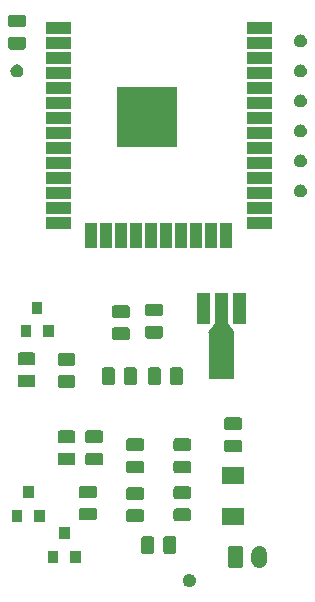
<source format=gbr>
G04 #@! TF.GenerationSoftware,KiCad,Pcbnew,(5.1.5)-3*
G04 #@! TF.CreationDate,2021-03-30T01:11:32+08:00*
G04 #@! TF.ProjectId,parasite,70617261-7369-4746-952e-6b696361645f,1.1.0*
G04 #@! TF.SameCoordinates,Original*
G04 #@! TF.FileFunction,Soldermask,Top*
G04 #@! TF.FilePolarity,Negative*
%FSLAX46Y46*%
G04 Gerber Fmt 4.6, Leading zero omitted, Abs format (unit mm)*
G04 Created by KiCad (PCBNEW (5.1.5)-3) date 2021-03-30 01:11:32*
%MOMM*%
%LPD*%
G04 APERTURE LIST*
%ADD10C,0.100000*%
G04 APERTURE END LIST*
D10*
G36*
X120760721Y-95970174D02*
G01*
X120860995Y-96011709D01*
X120860996Y-96011710D01*
X120951242Y-96072010D01*
X121027990Y-96148758D01*
X121027991Y-96148760D01*
X121088291Y-96239005D01*
X121129826Y-96339279D01*
X121151000Y-96445730D01*
X121151000Y-96554270D01*
X121129826Y-96660721D01*
X121088291Y-96760995D01*
X121088290Y-96760996D01*
X121027990Y-96851242D01*
X120951242Y-96927990D01*
X120905812Y-96958345D01*
X120860995Y-96988291D01*
X120760721Y-97029826D01*
X120654270Y-97051000D01*
X120545730Y-97051000D01*
X120439279Y-97029826D01*
X120339005Y-96988291D01*
X120294188Y-96958345D01*
X120248758Y-96927990D01*
X120172010Y-96851242D01*
X120111710Y-96760996D01*
X120111709Y-96760995D01*
X120070174Y-96660721D01*
X120049000Y-96554270D01*
X120049000Y-96445730D01*
X120070174Y-96339279D01*
X120111709Y-96239005D01*
X120172009Y-96148760D01*
X120172010Y-96148758D01*
X120248758Y-96072010D01*
X120339004Y-96011710D01*
X120339005Y-96011709D01*
X120439279Y-95970174D01*
X120545730Y-95949000D01*
X120654270Y-95949000D01*
X120760721Y-95970174D01*
G37*
G36*
X126627617Y-93583420D02*
G01*
X126708399Y-93607925D01*
X126750335Y-93620646D01*
X126863424Y-93681094D01*
X126962554Y-93762447D01*
X127043906Y-93861575D01*
X127104354Y-93974664D01*
X127106503Y-93981750D01*
X127141580Y-94097382D01*
X127151000Y-94193027D01*
X127151000Y-94806973D01*
X127141580Y-94902618D01*
X127114040Y-94993404D01*
X127104354Y-95025336D01*
X127043906Y-95138425D01*
X126962554Y-95237554D01*
X126863425Y-95318906D01*
X126750336Y-95379354D01*
X126718404Y-95389040D01*
X126627618Y-95416580D01*
X126500000Y-95429149D01*
X126372383Y-95416580D01*
X126281597Y-95389040D01*
X126249665Y-95379354D01*
X126136576Y-95318906D01*
X126037447Y-95237554D01*
X125956096Y-95138427D01*
X125956095Y-95138425D01*
X125895647Y-95025336D01*
X125895645Y-95025333D01*
X125883237Y-94984427D01*
X125858420Y-94902618D01*
X125849000Y-94806973D01*
X125849000Y-94193028D01*
X125849297Y-94190017D01*
X125855076Y-94131337D01*
X125858420Y-94097383D01*
X125895645Y-93974669D01*
X125895646Y-93974665D01*
X125956094Y-93861576D01*
X126037447Y-93762446D01*
X126136575Y-93681094D01*
X126249664Y-93620646D01*
X126291600Y-93607925D01*
X126372382Y-93583420D01*
X126500000Y-93570851D01*
X126627617Y-93583420D01*
G37*
G36*
X124991242Y-93578404D02*
G01*
X125028337Y-93589657D01*
X125062515Y-93607925D01*
X125092481Y-93632519D01*
X125117075Y-93662485D01*
X125135343Y-93696663D01*
X125146596Y-93733758D01*
X125151000Y-93778474D01*
X125151000Y-95221526D01*
X125146596Y-95266242D01*
X125135343Y-95303337D01*
X125117075Y-95337515D01*
X125092481Y-95367481D01*
X125062515Y-95392075D01*
X125028337Y-95410343D01*
X124991242Y-95421596D01*
X124946526Y-95426000D01*
X124053474Y-95426000D01*
X124008758Y-95421596D01*
X123971663Y-95410343D01*
X123937485Y-95392075D01*
X123907519Y-95367481D01*
X123882925Y-95337515D01*
X123864657Y-95303337D01*
X123853404Y-95266242D01*
X123849000Y-95221526D01*
X123849000Y-93778474D01*
X123853404Y-93733758D01*
X123864657Y-93696663D01*
X123882925Y-93662485D01*
X123907519Y-93632519D01*
X123937485Y-93607925D01*
X123971663Y-93589657D01*
X124008758Y-93578404D01*
X124053474Y-93574000D01*
X124946526Y-93574000D01*
X124991242Y-93578404D01*
G37*
G36*
X109501000Y-95001000D02*
G01*
X108599000Y-95001000D01*
X108599000Y-93999000D01*
X109501000Y-93999000D01*
X109501000Y-95001000D01*
G37*
G36*
X111401000Y-95001000D02*
G01*
X110499000Y-95001000D01*
X110499000Y-93999000D01*
X111401000Y-93999000D01*
X111401000Y-95001000D01*
G37*
G36*
X119309468Y-92753565D02*
G01*
X119348138Y-92765296D01*
X119383777Y-92784346D01*
X119415017Y-92809983D01*
X119440654Y-92841223D01*
X119459704Y-92876862D01*
X119471435Y-92915532D01*
X119476000Y-92961888D01*
X119476000Y-94038112D01*
X119471435Y-94084468D01*
X119459704Y-94123138D01*
X119440654Y-94158777D01*
X119415017Y-94190017D01*
X119383777Y-94215654D01*
X119348138Y-94234704D01*
X119309468Y-94246435D01*
X119263112Y-94251000D01*
X118611888Y-94251000D01*
X118565532Y-94246435D01*
X118526862Y-94234704D01*
X118491223Y-94215654D01*
X118459983Y-94190017D01*
X118434346Y-94158777D01*
X118415296Y-94123138D01*
X118403565Y-94084468D01*
X118399000Y-94038112D01*
X118399000Y-92961888D01*
X118403565Y-92915532D01*
X118415296Y-92876862D01*
X118434346Y-92841223D01*
X118459983Y-92809983D01*
X118491223Y-92784346D01*
X118526862Y-92765296D01*
X118565532Y-92753565D01*
X118611888Y-92749000D01*
X119263112Y-92749000D01*
X119309468Y-92753565D01*
G37*
G36*
X117434468Y-92753565D02*
G01*
X117473138Y-92765296D01*
X117508777Y-92784346D01*
X117540017Y-92809983D01*
X117565654Y-92841223D01*
X117584704Y-92876862D01*
X117596435Y-92915532D01*
X117601000Y-92961888D01*
X117601000Y-94038112D01*
X117596435Y-94084468D01*
X117584704Y-94123138D01*
X117565654Y-94158777D01*
X117540017Y-94190017D01*
X117508777Y-94215654D01*
X117473138Y-94234704D01*
X117434468Y-94246435D01*
X117388112Y-94251000D01*
X116736888Y-94251000D01*
X116690532Y-94246435D01*
X116651862Y-94234704D01*
X116616223Y-94215654D01*
X116584983Y-94190017D01*
X116559346Y-94158777D01*
X116540296Y-94123138D01*
X116528565Y-94084468D01*
X116524000Y-94038112D01*
X116524000Y-92961888D01*
X116528565Y-92915532D01*
X116540296Y-92876862D01*
X116559346Y-92841223D01*
X116584983Y-92809983D01*
X116616223Y-92784346D01*
X116651862Y-92765296D01*
X116690532Y-92753565D01*
X116736888Y-92749000D01*
X117388112Y-92749000D01*
X117434468Y-92753565D01*
G37*
G36*
X110451000Y-93001000D02*
G01*
X109549000Y-93001000D01*
X109549000Y-91999000D01*
X110451000Y-91999000D01*
X110451000Y-93001000D01*
G37*
G36*
X125201000Y-91801000D02*
G01*
X123399000Y-91801000D01*
X123399000Y-90399000D01*
X125201000Y-90399000D01*
X125201000Y-91801000D01*
G37*
G36*
X116584468Y-90466065D02*
G01*
X116623138Y-90477796D01*
X116658777Y-90496846D01*
X116690017Y-90522483D01*
X116715654Y-90553723D01*
X116734704Y-90589362D01*
X116746435Y-90628032D01*
X116751000Y-90674388D01*
X116751000Y-91325612D01*
X116746435Y-91371968D01*
X116734704Y-91410638D01*
X116715654Y-91446277D01*
X116690017Y-91477517D01*
X116658777Y-91503154D01*
X116623138Y-91522204D01*
X116584468Y-91533935D01*
X116538112Y-91538500D01*
X115461888Y-91538500D01*
X115415532Y-91533935D01*
X115376862Y-91522204D01*
X115341223Y-91503154D01*
X115309983Y-91477517D01*
X115284346Y-91446277D01*
X115265296Y-91410638D01*
X115253565Y-91371968D01*
X115249000Y-91325612D01*
X115249000Y-90674388D01*
X115253565Y-90628032D01*
X115265296Y-90589362D01*
X115284346Y-90553723D01*
X115309983Y-90522483D01*
X115341223Y-90496846D01*
X115376862Y-90477796D01*
X115415532Y-90466065D01*
X115461888Y-90461500D01*
X116538112Y-90461500D01*
X116584468Y-90466065D01*
G37*
G36*
X108351000Y-91501000D02*
G01*
X107449000Y-91501000D01*
X107449000Y-90499000D01*
X108351000Y-90499000D01*
X108351000Y-91501000D01*
G37*
G36*
X106451000Y-91501000D02*
G01*
X105549000Y-91501000D01*
X105549000Y-90499000D01*
X106451000Y-90499000D01*
X106451000Y-91501000D01*
G37*
G36*
X120584468Y-90403565D02*
G01*
X120623138Y-90415296D01*
X120658777Y-90434346D01*
X120690017Y-90459983D01*
X120715654Y-90491223D01*
X120734704Y-90526862D01*
X120746435Y-90565532D01*
X120751000Y-90611888D01*
X120751000Y-91263112D01*
X120746435Y-91309468D01*
X120734704Y-91348138D01*
X120715654Y-91383777D01*
X120690017Y-91415017D01*
X120658777Y-91440654D01*
X120623138Y-91459704D01*
X120584468Y-91471435D01*
X120538112Y-91476000D01*
X119461888Y-91476000D01*
X119415532Y-91471435D01*
X119376862Y-91459704D01*
X119341223Y-91440654D01*
X119309983Y-91415017D01*
X119284346Y-91383777D01*
X119265296Y-91348138D01*
X119253565Y-91309468D01*
X119249000Y-91263112D01*
X119249000Y-90611888D01*
X119253565Y-90565532D01*
X119265296Y-90526862D01*
X119284346Y-90491223D01*
X119309983Y-90459983D01*
X119341223Y-90434346D01*
X119376862Y-90415296D01*
X119415532Y-90403565D01*
X119461888Y-90399000D01*
X120538112Y-90399000D01*
X120584468Y-90403565D01*
G37*
G36*
X112584468Y-90341065D02*
G01*
X112623138Y-90352796D01*
X112658777Y-90371846D01*
X112690017Y-90397483D01*
X112715654Y-90428723D01*
X112734704Y-90464362D01*
X112746435Y-90503032D01*
X112751000Y-90549388D01*
X112751000Y-91200612D01*
X112746435Y-91246968D01*
X112734704Y-91285638D01*
X112715654Y-91321277D01*
X112690017Y-91352517D01*
X112658777Y-91378154D01*
X112623138Y-91397204D01*
X112584468Y-91408935D01*
X112538112Y-91413500D01*
X111461888Y-91413500D01*
X111415532Y-91408935D01*
X111376862Y-91397204D01*
X111341223Y-91378154D01*
X111309983Y-91352517D01*
X111284346Y-91321277D01*
X111265296Y-91285638D01*
X111253565Y-91246968D01*
X111249000Y-91200612D01*
X111249000Y-90549388D01*
X111253565Y-90503032D01*
X111265296Y-90464362D01*
X111284346Y-90428723D01*
X111309983Y-90397483D01*
X111341223Y-90371846D01*
X111376862Y-90352796D01*
X111415532Y-90341065D01*
X111461888Y-90336500D01*
X112538112Y-90336500D01*
X112584468Y-90341065D01*
G37*
G36*
X116584468Y-88591065D02*
G01*
X116623138Y-88602796D01*
X116658777Y-88621846D01*
X116690017Y-88647483D01*
X116715654Y-88678723D01*
X116734704Y-88714362D01*
X116746435Y-88753032D01*
X116751000Y-88799388D01*
X116751000Y-89450612D01*
X116746435Y-89496968D01*
X116734704Y-89535638D01*
X116715654Y-89571277D01*
X116690017Y-89602517D01*
X116658777Y-89628154D01*
X116623138Y-89647204D01*
X116584468Y-89658935D01*
X116538112Y-89663500D01*
X115461888Y-89663500D01*
X115415532Y-89658935D01*
X115376862Y-89647204D01*
X115341223Y-89628154D01*
X115309983Y-89602517D01*
X115284346Y-89571277D01*
X115265296Y-89535638D01*
X115253565Y-89496968D01*
X115249000Y-89450612D01*
X115249000Y-88799388D01*
X115253565Y-88753032D01*
X115265296Y-88714362D01*
X115284346Y-88678723D01*
X115309983Y-88647483D01*
X115341223Y-88621846D01*
X115376862Y-88602796D01*
X115415532Y-88591065D01*
X115461888Y-88586500D01*
X116538112Y-88586500D01*
X116584468Y-88591065D01*
G37*
G36*
X120584468Y-88528565D02*
G01*
X120623138Y-88540296D01*
X120658777Y-88559346D01*
X120690017Y-88584983D01*
X120715654Y-88616223D01*
X120734704Y-88651862D01*
X120746435Y-88690532D01*
X120751000Y-88736888D01*
X120751000Y-89388112D01*
X120746435Y-89434468D01*
X120734704Y-89473138D01*
X120715654Y-89508777D01*
X120690017Y-89540017D01*
X120658777Y-89565654D01*
X120623138Y-89584704D01*
X120584468Y-89596435D01*
X120538112Y-89601000D01*
X119461888Y-89601000D01*
X119415532Y-89596435D01*
X119376862Y-89584704D01*
X119341223Y-89565654D01*
X119309983Y-89540017D01*
X119284346Y-89508777D01*
X119265296Y-89473138D01*
X119253565Y-89434468D01*
X119249000Y-89388112D01*
X119249000Y-88736888D01*
X119253565Y-88690532D01*
X119265296Y-88651862D01*
X119284346Y-88616223D01*
X119309983Y-88584983D01*
X119341223Y-88559346D01*
X119376862Y-88540296D01*
X119415532Y-88528565D01*
X119461888Y-88524000D01*
X120538112Y-88524000D01*
X120584468Y-88528565D01*
G37*
G36*
X112584468Y-88466065D02*
G01*
X112623138Y-88477796D01*
X112658777Y-88496846D01*
X112690017Y-88522483D01*
X112715654Y-88553723D01*
X112734704Y-88589362D01*
X112746435Y-88628032D01*
X112751000Y-88674388D01*
X112751000Y-89325612D01*
X112746435Y-89371968D01*
X112734704Y-89410638D01*
X112715654Y-89446277D01*
X112690017Y-89477517D01*
X112658777Y-89503154D01*
X112623138Y-89522204D01*
X112584468Y-89533935D01*
X112538112Y-89538500D01*
X111461888Y-89538500D01*
X111415532Y-89533935D01*
X111376862Y-89522204D01*
X111341223Y-89503154D01*
X111309983Y-89477517D01*
X111284346Y-89446277D01*
X111265296Y-89410638D01*
X111253565Y-89371968D01*
X111249000Y-89325612D01*
X111249000Y-88674388D01*
X111253565Y-88628032D01*
X111265296Y-88589362D01*
X111284346Y-88553723D01*
X111309983Y-88522483D01*
X111341223Y-88496846D01*
X111376862Y-88477796D01*
X111415532Y-88466065D01*
X111461888Y-88461500D01*
X112538112Y-88461500D01*
X112584468Y-88466065D01*
G37*
G36*
X107401000Y-89501000D02*
G01*
X106499000Y-89501000D01*
X106499000Y-88499000D01*
X107401000Y-88499000D01*
X107401000Y-89501000D01*
G37*
G36*
X125201000Y-88301000D02*
G01*
X123399000Y-88301000D01*
X123399000Y-86899000D01*
X125201000Y-86899000D01*
X125201000Y-88301000D01*
G37*
G36*
X116584468Y-86341065D02*
G01*
X116623138Y-86352796D01*
X116658777Y-86371846D01*
X116690017Y-86397483D01*
X116715654Y-86428723D01*
X116734704Y-86464362D01*
X116746435Y-86503032D01*
X116751000Y-86549388D01*
X116751000Y-87200612D01*
X116746435Y-87246968D01*
X116734704Y-87285638D01*
X116715654Y-87321277D01*
X116690017Y-87352517D01*
X116658777Y-87378154D01*
X116623138Y-87397204D01*
X116584468Y-87408935D01*
X116538112Y-87413500D01*
X115461888Y-87413500D01*
X115415532Y-87408935D01*
X115376862Y-87397204D01*
X115341223Y-87378154D01*
X115309983Y-87352517D01*
X115284346Y-87321277D01*
X115265296Y-87285638D01*
X115253565Y-87246968D01*
X115249000Y-87200612D01*
X115249000Y-86549388D01*
X115253565Y-86503032D01*
X115265296Y-86464362D01*
X115284346Y-86428723D01*
X115309983Y-86397483D01*
X115341223Y-86371846D01*
X115376862Y-86352796D01*
X115415532Y-86341065D01*
X115461888Y-86336500D01*
X116538112Y-86336500D01*
X116584468Y-86341065D01*
G37*
G36*
X120584468Y-86341065D02*
G01*
X120623138Y-86352796D01*
X120658777Y-86371846D01*
X120690017Y-86397483D01*
X120715654Y-86428723D01*
X120734704Y-86464362D01*
X120746435Y-86503032D01*
X120751000Y-86549388D01*
X120751000Y-87200612D01*
X120746435Y-87246968D01*
X120734704Y-87285638D01*
X120715654Y-87321277D01*
X120690017Y-87352517D01*
X120658777Y-87378154D01*
X120623138Y-87397204D01*
X120584468Y-87408935D01*
X120538112Y-87413500D01*
X119461888Y-87413500D01*
X119415532Y-87408935D01*
X119376862Y-87397204D01*
X119341223Y-87378154D01*
X119309983Y-87352517D01*
X119284346Y-87321277D01*
X119265296Y-87285638D01*
X119253565Y-87246968D01*
X119249000Y-87200612D01*
X119249000Y-86549388D01*
X119253565Y-86503032D01*
X119265296Y-86464362D01*
X119284346Y-86428723D01*
X119309983Y-86397483D01*
X119341223Y-86371846D01*
X119376862Y-86352796D01*
X119415532Y-86341065D01*
X119461888Y-86336500D01*
X120538112Y-86336500D01*
X120584468Y-86341065D01*
G37*
G36*
X110784468Y-85666065D02*
G01*
X110823138Y-85677796D01*
X110858777Y-85696846D01*
X110890017Y-85722483D01*
X110915654Y-85753723D01*
X110934704Y-85789362D01*
X110946435Y-85828032D01*
X110951000Y-85874388D01*
X110951000Y-86525612D01*
X110946435Y-86571968D01*
X110934704Y-86610638D01*
X110915654Y-86646277D01*
X110890017Y-86677517D01*
X110858777Y-86703154D01*
X110823138Y-86722204D01*
X110784468Y-86733935D01*
X110738112Y-86738500D01*
X109661888Y-86738500D01*
X109615532Y-86733935D01*
X109576862Y-86722204D01*
X109541223Y-86703154D01*
X109509983Y-86677517D01*
X109484346Y-86646277D01*
X109465296Y-86610638D01*
X109453565Y-86571968D01*
X109449000Y-86525612D01*
X109449000Y-85874388D01*
X109453565Y-85828032D01*
X109465296Y-85789362D01*
X109484346Y-85753723D01*
X109509983Y-85722483D01*
X109541223Y-85696846D01*
X109576862Y-85677796D01*
X109615532Y-85666065D01*
X109661888Y-85661500D01*
X110738112Y-85661500D01*
X110784468Y-85666065D01*
G37*
G36*
X113121968Y-85666065D02*
G01*
X113160638Y-85677796D01*
X113196277Y-85696846D01*
X113227517Y-85722483D01*
X113253154Y-85753723D01*
X113272204Y-85789362D01*
X113283935Y-85828032D01*
X113288500Y-85874388D01*
X113288500Y-86525612D01*
X113283935Y-86571968D01*
X113272204Y-86610638D01*
X113253154Y-86646277D01*
X113227517Y-86677517D01*
X113196277Y-86703154D01*
X113160638Y-86722204D01*
X113121968Y-86733935D01*
X113075612Y-86738500D01*
X111999388Y-86738500D01*
X111953032Y-86733935D01*
X111914362Y-86722204D01*
X111878723Y-86703154D01*
X111847483Y-86677517D01*
X111821846Y-86646277D01*
X111802796Y-86610638D01*
X111791065Y-86571968D01*
X111786500Y-86525612D01*
X111786500Y-85874388D01*
X111791065Y-85828032D01*
X111802796Y-85789362D01*
X111821846Y-85753723D01*
X111847483Y-85722483D01*
X111878723Y-85696846D01*
X111914362Y-85677796D01*
X111953032Y-85666065D01*
X111999388Y-85661500D01*
X113075612Y-85661500D01*
X113121968Y-85666065D01*
G37*
G36*
X124884468Y-84566065D02*
G01*
X124923138Y-84577796D01*
X124958777Y-84596846D01*
X124990017Y-84622483D01*
X125015654Y-84653723D01*
X125034704Y-84689362D01*
X125046435Y-84728032D01*
X125051000Y-84774388D01*
X125051000Y-85425612D01*
X125046435Y-85471968D01*
X125034704Y-85510638D01*
X125015654Y-85546277D01*
X124990017Y-85577517D01*
X124958777Y-85603154D01*
X124923138Y-85622204D01*
X124884468Y-85633935D01*
X124838112Y-85638500D01*
X123761888Y-85638500D01*
X123715532Y-85633935D01*
X123676862Y-85622204D01*
X123641223Y-85603154D01*
X123609983Y-85577517D01*
X123584346Y-85546277D01*
X123565296Y-85510638D01*
X123553565Y-85471968D01*
X123549000Y-85425612D01*
X123549000Y-84774388D01*
X123553565Y-84728032D01*
X123565296Y-84689362D01*
X123584346Y-84653723D01*
X123609983Y-84622483D01*
X123641223Y-84596846D01*
X123676862Y-84577796D01*
X123715532Y-84566065D01*
X123761888Y-84561500D01*
X124838112Y-84561500D01*
X124884468Y-84566065D01*
G37*
G36*
X116584468Y-84466065D02*
G01*
X116623138Y-84477796D01*
X116658777Y-84496846D01*
X116690017Y-84522483D01*
X116715654Y-84553723D01*
X116734704Y-84589362D01*
X116746435Y-84628032D01*
X116751000Y-84674388D01*
X116751000Y-85325612D01*
X116746435Y-85371968D01*
X116734704Y-85410638D01*
X116715654Y-85446277D01*
X116690017Y-85477517D01*
X116658777Y-85503154D01*
X116623138Y-85522204D01*
X116584468Y-85533935D01*
X116538112Y-85538500D01*
X115461888Y-85538500D01*
X115415532Y-85533935D01*
X115376862Y-85522204D01*
X115341223Y-85503154D01*
X115309983Y-85477517D01*
X115284346Y-85446277D01*
X115265296Y-85410638D01*
X115253565Y-85371968D01*
X115249000Y-85325612D01*
X115249000Y-84674388D01*
X115253565Y-84628032D01*
X115265296Y-84589362D01*
X115284346Y-84553723D01*
X115309983Y-84522483D01*
X115341223Y-84496846D01*
X115376862Y-84477796D01*
X115415532Y-84466065D01*
X115461888Y-84461500D01*
X116538112Y-84461500D01*
X116584468Y-84466065D01*
G37*
G36*
X120584468Y-84466065D02*
G01*
X120623138Y-84477796D01*
X120658777Y-84496846D01*
X120690017Y-84522483D01*
X120715654Y-84553723D01*
X120734704Y-84589362D01*
X120746435Y-84628032D01*
X120751000Y-84674388D01*
X120751000Y-85325612D01*
X120746435Y-85371968D01*
X120734704Y-85410638D01*
X120715654Y-85446277D01*
X120690017Y-85477517D01*
X120658777Y-85503154D01*
X120623138Y-85522204D01*
X120584468Y-85533935D01*
X120538112Y-85538500D01*
X119461888Y-85538500D01*
X119415532Y-85533935D01*
X119376862Y-85522204D01*
X119341223Y-85503154D01*
X119309983Y-85477517D01*
X119284346Y-85446277D01*
X119265296Y-85410638D01*
X119253565Y-85371968D01*
X119249000Y-85325612D01*
X119249000Y-84674388D01*
X119253565Y-84628032D01*
X119265296Y-84589362D01*
X119284346Y-84553723D01*
X119309983Y-84522483D01*
X119341223Y-84496846D01*
X119376862Y-84477796D01*
X119415532Y-84466065D01*
X119461888Y-84461500D01*
X120538112Y-84461500D01*
X120584468Y-84466065D01*
G37*
G36*
X110784468Y-83791065D02*
G01*
X110823138Y-83802796D01*
X110858777Y-83821846D01*
X110890017Y-83847483D01*
X110915654Y-83878723D01*
X110934704Y-83914362D01*
X110946435Y-83953032D01*
X110951000Y-83999388D01*
X110951000Y-84650612D01*
X110946435Y-84696968D01*
X110934704Y-84735638D01*
X110915654Y-84771277D01*
X110890017Y-84802517D01*
X110858777Y-84828154D01*
X110823138Y-84847204D01*
X110784468Y-84858935D01*
X110738112Y-84863500D01*
X109661888Y-84863500D01*
X109615532Y-84858935D01*
X109576862Y-84847204D01*
X109541223Y-84828154D01*
X109509983Y-84802517D01*
X109484346Y-84771277D01*
X109465296Y-84735638D01*
X109453565Y-84696968D01*
X109449000Y-84650612D01*
X109449000Y-83999388D01*
X109453565Y-83953032D01*
X109465296Y-83914362D01*
X109484346Y-83878723D01*
X109509983Y-83847483D01*
X109541223Y-83821846D01*
X109576862Y-83802796D01*
X109615532Y-83791065D01*
X109661888Y-83786500D01*
X110738112Y-83786500D01*
X110784468Y-83791065D01*
G37*
G36*
X113121968Y-83791065D02*
G01*
X113160638Y-83802796D01*
X113196277Y-83821846D01*
X113227517Y-83847483D01*
X113253154Y-83878723D01*
X113272204Y-83914362D01*
X113283935Y-83953032D01*
X113288500Y-83999388D01*
X113288500Y-84650612D01*
X113283935Y-84696968D01*
X113272204Y-84735638D01*
X113253154Y-84771277D01*
X113227517Y-84802517D01*
X113196277Y-84828154D01*
X113160638Y-84847204D01*
X113121968Y-84858935D01*
X113075612Y-84863500D01*
X111999388Y-84863500D01*
X111953032Y-84858935D01*
X111914362Y-84847204D01*
X111878723Y-84828154D01*
X111847483Y-84802517D01*
X111821846Y-84771277D01*
X111802796Y-84735638D01*
X111791065Y-84696968D01*
X111786500Y-84650612D01*
X111786500Y-83999388D01*
X111791065Y-83953032D01*
X111802796Y-83914362D01*
X111821846Y-83878723D01*
X111847483Y-83847483D01*
X111878723Y-83821846D01*
X111914362Y-83802796D01*
X111953032Y-83791065D01*
X111999388Y-83786500D01*
X113075612Y-83786500D01*
X113121968Y-83791065D01*
G37*
G36*
X124884468Y-82691065D02*
G01*
X124923138Y-82702796D01*
X124958777Y-82721846D01*
X124990017Y-82747483D01*
X125015654Y-82778723D01*
X125034704Y-82814362D01*
X125046435Y-82853032D01*
X125051000Y-82899388D01*
X125051000Y-83550612D01*
X125046435Y-83596968D01*
X125034704Y-83635638D01*
X125015654Y-83671277D01*
X124990017Y-83702517D01*
X124958777Y-83728154D01*
X124923138Y-83747204D01*
X124884468Y-83758935D01*
X124838112Y-83763500D01*
X123761888Y-83763500D01*
X123715532Y-83758935D01*
X123676862Y-83747204D01*
X123641223Y-83728154D01*
X123609983Y-83702517D01*
X123584346Y-83671277D01*
X123565296Y-83635638D01*
X123553565Y-83596968D01*
X123549000Y-83550612D01*
X123549000Y-82899388D01*
X123553565Y-82853032D01*
X123565296Y-82814362D01*
X123584346Y-82778723D01*
X123609983Y-82747483D01*
X123641223Y-82721846D01*
X123676862Y-82702796D01*
X123715532Y-82691065D01*
X123761888Y-82686500D01*
X124838112Y-82686500D01*
X124884468Y-82691065D01*
G37*
G36*
X110784468Y-79103565D02*
G01*
X110823138Y-79115296D01*
X110858777Y-79134346D01*
X110890017Y-79159983D01*
X110915654Y-79191223D01*
X110934704Y-79226862D01*
X110946435Y-79265532D01*
X110951000Y-79311888D01*
X110951000Y-79963112D01*
X110946435Y-80009468D01*
X110934704Y-80048138D01*
X110915654Y-80083777D01*
X110890017Y-80115017D01*
X110858777Y-80140654D01*
X110823138Y-80159704D01*
X110784468Y-80171435D01*
X110738112Y-80176000D01*
X109661888Y-80176000D01*
X109615532Y-80171435D01*
X109576862Y-80159704D01*
X109541223Y-80140654D01*
X109509983Y-80115017D01*
X109484346Y-80083777D01*
X109465296Y-80048138D01*
X109453565Y-80009468D01*
X109449000Y-79963112D01*
X109449000Y-79311888D01*
X109453565Y-79265532D01*
X109465296Y-79226862D01*
X109484346Y-79191223D01*
X109509983Y-79159983D01*
X109541223Y-79134346D01*
X109576862Y-79115296D01*
X109615532Y-79103565D01*
X109661888Y-79099000D01*
X110738112Y-79099000D01*
X110784468Y-79103565D01*
G37*
G36*
X107384468Y-79066065D02*
G01*
X107423138Y-79077796D01*
X107458777Y-79096846D01*
X107490017Y-79122483D01*
X107515654Y-79153723D01*
X107534704Y-79189362D01*
X107546435Y-79228032D01*
X107551000Y-79274388D01*
X107551000Y-79925612D01*
X107546435Y-79971968D01*
X107534704Y-80010638D01*
X107515654Y-80046277D01*
X107490017Y-80077517D01*
X107458777Y-80103154D01*
X107423138Y-80122204D01*
X107384468Y-80133935D01*
X107338112Y-80138500D01*
X106261888Y-80138500D01*
X106215532Y-80133935D01*
X106176862Y-80122204D01*
X106141223Y-80103154D01*
X106109983Y-80077517D01*
X106084346Y-80046277D01*
X106065296Y-80010638D01*
X106053565Y-79971968D01*
X106049000Y-79925612D01*
X106049000Y-79274388D01*
X106053565Y-79228032D01*
X106065296Y-79189362D01*
X106084346Y-79153723D01*
X106109983Y-79122483D01*
X106141223Y-79096846D01*
X106176862Y-79077796D01*
X106215532Y-79066065D01*
X106261888Y-79061500D01*
X107338112Y-79061500D01*
X107384468Y-79066065D01*
G37*
G36*
X115971968Y-78453565D02*
G01*
X116010638Y-78465296D01*
X116046277Y-78484346D01*
X116077517Y-78509983D01*
X116103154Y-78541223D01*
X116122204Y-78576862D01*
X116133935Y-78615532D01*
X116138500Y-78661888D01*
X116138500Y-79738112D01*
X116133935Y-79784468D01*
X116122204Y-79823138D01*
X116103154Y-79858777D01*
X116077517Y-79890017D01*
X116046277Y-79915654D01*
X116010638Y-79934704D01*
X115971968Y-79946435D01*
X115925612Y-79951000D01*
X115274388Y-79951000D01*
X115228032Y-79946435D01*
X115189362Y-79934704D01*
X115153723Y-79915654D01*
X115122483Y-79890017D01*
X115096846Y-79858777D01*
X115077796Y-79823138D01*
X115066065Y-79784468D01*
X115061500Y-79738112D01*
X115061500Y-78661888D01*
X115066065Y-78615532D01*
X115077796Y-78576862D01*
X115096846Y-78541223D01*
X115122483Y-78509983D01*
X115153723Y-78484346D01*
X115189362Y-78465296D01*
X115228032Y-78453565D01*
X115274388Y-78449000D01*
X115925612Y-78449000D01*
X115971968Y-78453565D01*
G37*
G36*
X114096968Y-78453565D02*
G01*
X114135638Y-78465296D01*
X114171277Y-78484346D01*
X114202517Y-78509983D01*
X114228154Y-78541223D01*
X114247204Y-78576862D01*
X114258935Y-78615532D01*
X114263500Y-78661888D01*
X114263500Y-79738112D01*
X114258935Y-79784468D01*
X114247204Y-79823138D01*
X114228154Y-79858777D01*
X114202517Y-79890017D01*
X114171277Y-79915654D01*
X114135638Y-79934704D01*
X114096968Y-79946435D01*
X114050612Y-79951000D01*
X113399388Y-79951000D01*
X113353032Y-79946435D01*
X113314362Y-79934704D01*
X113278723Y-79915654D01*
X113247483Y-79890017D01*
X113221846Y-79858777D01*
X113202796Y-79823138D01*
X113191065Y-79784468D01*
X113186500Y-79738112D01*
X113186500Y-78661888D01*
X113191065Y-78615532D01*
X113202796Y-78576862D01*
X113221846Y-78541223D01*
X113247483Y-78509983D01*
X113278723Y-78484346D01*
X113314362Y-78465296D01*
X113353032Y-78453565D01*
X113399388Y-78449000D01*
X114050612Y-78449000D01*
X114096968Y-78453565D01*
G37*
G36*
X117996968Y-78453565D02*
G01*
X118035638Y-78465296D01*
X118071277Y-78484346D01*
X118102517Y-78509983D01*
X118128154Y-78541223D01*
X118147204Y-78576862D01*
X118158935Y-78615532D01*
X118163500Y-78661888D01*
X118163500Y-79738112D01*
X118158935Y-79784468D01*
X118147204Y-79823138D01*
X118128154Y-79858777D01*
X118102517Y-79890017D01*
X118071277Y-79915654D01*
X118035638Y-79934704D01*
X117996968Y-79946435D01*
X117950612Y-79951000D01*
X117299388Y-79951000D01*
X117253032Y-79946435D01*
X117214362Y-79934704D01*
X117178723Y-79915654D01*
X117147483Y-79890017D01*
X117121846Y-79858777D01*
X117102796Y-79823138D01*
X117091065Y-79784468D01*
X117086500Y-79738112D01*
X117086500Y-78661888D01*
X117091065Y-78615532D01*
X117102796Y-78576862D01*
X117121846Y-78541223D01*
X117147483Y-78509983D01*
X117178723Y-78484346D01*
X117214362Y-78465296D01*
X117253032Y-78453565D01*
X117299388Y-78449000D01*
X117950612Y-78449000D01*
X117996968Y-78453565D01*
G37*
G36*
X119871968Y-78453565D02*
G01*
X119910638Y-78465296D01*
X119946277Y-78484346D01*
X119977517Y-78509983D01*
X120003154Y-78541223D01*
X120022204Y-78576862D01*
X120033935Y-78615532D01*
X120038500Y-78661888D01*
X120038500Y-79738112D01*
X120033935Y-79784468D01*
X120022204Y-79823138D01*
X120003154Y-79858777D01*
X119977517Y-79890017D01*
X119946277Y-79915654D01*
X119910638Y-79934704D01*
X119871968Y-79946435D01*
X119825612Y-79951000D01*
X119174388Y-79951000D01*
X119128032Y-79946435D01*
X119089362Y-79934704D01*
X119053723Y-79915654D01*
X119022483Y-79890017D01*
X118996846Y-79858777D01*
X118977796Y-79823138D01*
X118966065Y-79784468D01*
X118961500Y-79738112D01*
X118961500Y-78661888D01*
X118966065Y-78615532D01*
X118977796Y-78576862D01*
X118996846Y-78541223D01*
X119022483Y-78509983D01*
X119053723Y-78484346D01*
X119089362Y-78465296D01*
X119128032Y-78453565D01*
X119174388Y-78449000D01*
X119825612Y-78449000D01*
X119871968Y-78453565D01*
G37*
G36*
X123851000Y-74621713D02*
G01*
X123853402Y-74646099D01*
X123860515Y-74669548D01*
X123871994Y-74691050D01*
X124019996Y-74913053D01*
X124028500Y-74923437D01*
X124034852Y-74935336D01*
X124273520Y-75293338D01*
X124289045Y-75312296D01*
X124307971Y-75327861D01*
X124329569Y-75339435D01*
X124351000Y-75345961D01*
X124351000Y-75371712D01*
X124353402Y-75396098D01*
X124360515Y-75419547D01*
X124371994Y-75441049D01*
X124408607Y-75495968D01*
X124406553Y-75497066D01*
X124387611Y-75512611D01*
X124372066Y-75531553D01*
X124360515Y-75553164D01*
X124353402Y-75576613D01*
X124351000Y-75600999D01*
X124351000Y-79451000D01*
X122249000Y-79451000D01*
X122249000Y-75600999D01*
X122246598Y-75576613D01*
X122239485Y-75553164D01*
X122227934Y-75531553D01*
X122212389Y-75512611D01*
X122193447Y-75497066D01*
X122191393Y-75495968D01*
X122228006Y-75441049D01*
X122239535Y-75419426D01*
X122246624Y-75395970D01*
X122249000Y-75371712D01*
X122249000Y-75345949D01*
X122270310Y-75339485D01*
X122291921Y-75327934D01*
X122310863Y-75312389D01*
X122326480Y-75293338D01*
X122565148Y-74935336D01*
X122571493Y-74923435D01*
X122580004Y-74913053D01*
X122728006Y-74691050D01*
X122739535Y-74669427D01*
X122746624Y-74645971D01*
X122749000Y-74621713D01*
X122749000Y-72139000D01*
X123851000Y-72139000D01*
X123851000Y-74621713D01*
G37*
G36*
X110784468Y-77228565D02*
G01*
X110823138Y-77240296D01*
X110858777Y-77259346D01*
X110890017Y-77284983D01*
X110915654Y-77316223D01*
X110934704Y-77351862D01*
X110946435Y-77390532D01*
X110951000Y-77436888D01*
X110951000Y-78088112D01*
X110946435Y-78134468D01*
X110934704Y-78173138D01*
X110915654Y-78208777D01*
X110890017Y-78240017D01*
X110858777Y-78265654D01*
X110823138Y-78284704D01*
X110784468Y-78296435D01*
X110738112Y-78301000D01*
X109661888Y-78301000D01*
X109615532Y-78296435D01*
X109576862Y-78284704D01*
X109541223Y-78265654D01*
X109509983Y-78240017D01*
X109484346Y-78208777D01*
X109465296Y-78173138D01*
X109453565Y-78134468D01*
X109449000Y-78088112D01*
X109449000Y-77436888D01*
X109453565Y-77390532D01*
X109465296Y-77351862D01*
X109484346Y-77316223D01*
X109509983Y-77284983D01*
X109541223Y-77259346D01*
X109576862Y-77240296D01*
X109615532Y-77228565D01*
X109661888Y-77224000D01*
X110738112Y-77224000D01*
X110784468Y-77228565D01*
G37*
G36*
X107384468Y-77191065D02*
G01*
X107423138Y-77202796D01*
X107458777Y-77221846D01*
X107490017Y-77247483D01*
X107515654Y-77278723D01*
X107534704Y-77314362D01*
X107546435Y-77353032D01*
X107551000Y-77399388D01*
X107551000Y-78050612D01*
X107546435Y-78096968D01*
X107534704Y-78135638D01*
X107515654Y-78171277D01*
X107490017Y-78202517D01*
X107458777Y-78228154D01*
X107423138Y-78247204D01*
X107384468Y-78258935D01*
X107338112Y-78263500D01*
X106261888Y-78263500D01*
X106215532Y-78258935D01*
X106176862Y-78247204D01*
X106141223Y-78228154D01*
X106109983Y-78202517D01*
X106084346Y-78171277D01*
X106065296Y-78135638D01*
X106053565Y-78096968D01*
X106049000Y-78050612D01*
X106049000Y-77399388D01*
X106053565Y-77353032D01*
X106065296Y-77314362D01*
X106084346Y-77278723D01*
X106109983Y-77247483D01*
X106141223Y-77221846D01*
X106176862Y-77202796D01*
X106215532Y-77191065D01*
X106261888Y-77186500D01*
X107338112Y-77186500D01*
X107384468Y-77191065D01*
G37*
G36*
X115384468Y-75066065D02*
G01*
X115423138Y-75077796D01*
X115458777Y-75096846D01*
X115490017Y-75122483D01*
X115515654Y-75153723D01*
X115534704Y-75189362D01*
X115546435Y-75228032D01*
X115551000Y-75274388D01*
X115551000Y-75925612D01*
X115546435Y-75971968D01*
X115534704Y-76010638D01*
X115515654Y-76046277D01*
X115490017Y-76077517D01*
X115458777Y-76103154D01*
X115423138Y-76122204D01*
X115384468Y-76133935D01*
X115338112Y-76138500D01*
X114261888Y-76138500D01*
X114215532Y-76133935D01*
X114176862Y-76122204D01*
X114141223Y-76103154D01*
X114109983Y-76077517D01*
X114084346Y-76046277D01*
X114065296Y-76010638D01*
X114053565Y-75971968D01*
X114049000Y-75925612D01*
X114049000Y-75274388D01*
X114053565Y-75228032D01*
X114065296Y-75189362D01*
X114084346Y-75153723D01*
X114109983Y-75122483D01*
X114141223Y-75096846D01*
X114176862Y-75077796D01*
X114215532Y-75066065D01*
X114261888Y-75061500D01*
X115338112Y-75061500D01*
X115384468Y-75066065D01*
G37*
G36*
X118184468Y-74941065D02*
G01*
X118223138Y-74952796D01*
X118258777Y-74971846D01*
X118290017Y-74997483D01*
X118315654Y-75028723D01*
X118334704Y-75064362D01*
X118346435Y-75103032D01*
X118351000Y-75149388D01*
X118351000Y-75800612D01*
X118346435Y-75846968D01*
X118334704Y-75885638D01*
X118315654Y-75921277D01*
X118290017Y-75952517D01*
X118258777Y-75978154D01*
X118223138Y-75997204D01*
X118184468Y-76008935D01*
X118138112Y-76013500D01*
X117061888Y-76013500D01*
X117015532Y-76008935D01*
X116976862Y-75997204D01*
X116941223Y-75978154D01*
X116909983Y-75952517D01*
X116884346Y-75921277D01*
X116865296Y-75885638D01*
X116853565Y-75846968D01*
X116849000Y-75800612D01*
X116849000Y-75149388D01*
X116853565Y-75103032D01*
X116865296Y-75064362D01*
X116884346Y-75028723D01*
X116909983Y-74997483D01*
X116941223Y-74971846D01*
X116976862Y-74952796D01*
X117015532Y-74941065D01*
X117061888Y-74936500D01*
X118138112Y-74936500D01*
X118184468Y-74941065D01*
G37*
G36*
X107201000Y-75901000D02*
G01*
X106299000Y-75901000D01*
X106299000Y-74899000D01*
X107201000Y-74899000D01*
X107201000Y-75901000D01*
G37*
G36*
X109101000Y-75901000D02*
G01*
X108199000Y-75901000D01*
X108199000Y-74899000D01*
X109101000Y-74899000D01*
X109101000Y-75901000D01*
G37*
G36*
X125351000Y-74741000D02*
G01*
X124249000Y-74741000D01*
X124249000Y-72139000D01*
X125351000Y-72139000D01*
X125351000Y-74741000D01*
G37*
G36*
X122351000Y-74741000D02*
G01*
X121249000Y-74741000D01*
X121249000Y-72139000D01*
X122351000Y-72139000D01*
X122351000Y-74741000D01*
G37*
G36*
X115384468Y-73191065D02*
G01*
X115423138Y-73202796D01*
X115458777Y-73221846D01*
X115490017Y-73247483D01*
X115515654Y-73278723D01*
X115534704Y-73314362D01*
X115546435Y-73353032D01*
X115551000Y-73399388D01*
X115551000Y-74050612D01*
X115546435Y-74096968D01*
X115534704Y-74135638D01*
X115515654Y-74171277D01*
X115490017Y-74202517D01*
X115458777Y-74228154D01*
X115423138Y-74247204D01*
X115384468Y-74258935D01*
X115338112Y-74263500D01*
X114261888Y-74263500D01*
X114215532Y-74258935D01*
X114176862Y-74247204D01*
X114141223Y-74228154D01*
X114109983Y-74202517D01*
X114084346Y-74171277D01*
X114065296Y-74135638D01*
X114053565Y-74096968D01*
X114049000Y-74050612D01*
X114049000Y-73399388D01*
X114053565Y-73353032D01*
X114065296Y-73314362D01*
X114084346Y-73278723D01*
X114109983Y-73247483D01*
X114141223Y-73221846D01*
X114176862Y-73202796D01*
X114215532Y-73191065D01*
X114261888Y-73186500D01*
X115338112Y-73186500D01*
X115384468Y-73191065D01*
G37*
G36*
X118184468Y-73066065D02*
G01*
X118223138Y-73077796D01*
X118258777Y-73096846D01*
X118290017Y-73122483D01*
X118315654Y-73153723D01*
X118334704Y-73189362D01*
X118346435Y-73228032D01*
X118351000Y-73274388D01*
X118351000Y-73925612D01*
X118346435Y-73971968D01*
X118334704Y-74010638D01*
X118315654Y-74046277D01*
X118290017Y-74077517D01*
X118258777Y-74103154D01*
X118223138Y-74122204D01*
X118184468Y-74133935D01*
X118138112Y-74138500D01*
X117061888Y-74138500D01*
X117015532Y-74133935D01*
X116976862Y-74122204D01*
X116941223Y-74103154D01*
X116909983Y-74077517D01*
X116884346Y-74046277D01*
X116865296Y-74010638D01*
X116853565Y-73971968D01*
X116849000Y-73925612D01*
X116849000Y-73274388D01*
X116853565Y-73228032D01*
X116865296Y-73189362D01*
X116884346Y-73153723D01*
X116909983Y-73122483D01*
X116941223Y-73096846D01*
X116976862Y-73077796D01*
X117015532Y-73066065D01*
X117061888Y-73061500D01*
X118138112Y-73061500D01*
X118184468Y-73066065D01*
G37*
G36*
X108151000Y-73901000D02*
G01*
X107249000Y-73901000D01*
X107249000Y-72899000D01*
X108151000Y-72899000D01*
X108151000Y-73901000D01*
G37*
G36*
X112786000Y-68306000D02*
G01*
X111784000Y-68306000D01*
X111784000Y-66204000D01*
X112786000Y-66204000D01*
X112786000Y-68306000D01*
G37*
G36*
X124216000Y-68306000D02*
G01*
X123214000Y-68306000D01*
X123214000Y-66204000D01*
X124216000Y-66204000D01*
X124216000Y-68306000D01*
G37*
G36*
X122946000Y-68306000D02*
G01*
X121944000Y-68306000D01*
X121944000Y-66204000D01*
X122946000Y-66204000D01*
X122946000Y-68306000D01*
G37*
G36*
X121676000Y-68306000D02*
G01*
X120674000Y-68306000D01*
X120674000Y-66204000D01*
X121676000Y-66204000D01*
X121676000Y-68306000D01*
G37*
G36*
X120406000Y-68306000D02*
G01*
X119404000Y-68306000D01*
X119404000Y-66204000D01*
X120406000Y-66204000D01*
X120406000Y-68306000D01*
G37*
G36*
X117866000Y-68306000D02*
G01*
X116864000Y-68306000D01*
X116864000Y-66204000D01*
X117866000Y-66204000D01*
X117866000Y-68306000D01*
G37*
G36*
X119136000Y-68306000D02*
G01*
X118134000Y-68306000D01*
X118134000Y-66204000D01*
X119136000Y-66204000D01*
X119136000Y-68306000D01*
G37*
G36*
X114056000Y-68306000D02*
G01*
X113054000Y-68306000D01*
X113054000Y-66204000D01*
X114056000Y-66204000D01*
X114056000Y-68306000D01*
G37*
G36*
X116596000Y-68306000D02*
G01*
X115594000Y-68306000D01*
X115594000Y-66204000D01*
X116596000Y-66204000D01*
X116596000Y-68306000D01*
G37*
G36*
X115326000Y-68306000D02*
G01*
X114324000Y-68306000D01*
X114324000Y-66204000D01*
X115326000Y-66204000D01*
X115326000Y-68306000D01*
G37*
G36*
X127551000Y-66756000D02*
G01*
X125449000Y-66756000D01*
X125449000Y-65754000D01*
X127551000Y-65754000D01*
X127551000Y-66756000D01*
G37*
G36*
X110551000Y-66756000D02*
G01*
X108449000Y-66756000D01*
X108449000Y-65754000D01*
X110551000Y-65754000D01*
X110551000Y-66756000D01*
G37*
G36*
X127551000Y-65486000D02*
G01*
X125449000Y-65486000D01*
X125449000Y-64484000D01*
X127551000Y-64484000D01*
X127551000Y-65486000D01*
G37*
G36*
X110551000Y-65486000D02*
G01*
X108449000Y-65486000D01*
X108449000Y-64484000D01*
X110551000Y-64484000D01*
X110551000Y-65486000D01*
G37*
G36*
X127551000Y-64216000D02*
G01*
X125449000Y-64216000D01*
X125449000Y-63214000D01*
X127551000Y-63214000D01*
X127551000Y-64216000D01*
G37*
G36*
X110551000Y-64216000D02*
G01*
X108449000Y-64216000D01*
X108449000Y-63214000D01*
X110551000Y-63214000D01*
X110551000Y-64216000D01*
G37*
G36*
X130160721Y-62970174D02*
G01*
X130260995Y-63011709D01*
X130260996Y-63011710D01*
X130351242Y-63072010D01*
X130427990Y-63148758D01*
X130427991Y-63148760D01*
X130488291Y-63239005D01*
X130529826Y-63339279D01*
X130551000Y-63445730D01*
X130551000Y-63554270D01*
X130529826Y-63660721D01*
X130488291Y-63760995D01*
X130488290Y-63760996D01*
X130427990Y-63851242D01*
X130351242Y-63927990D01*
X130305812Y-63958345D01*
X130260995Y-63988291D01*
X130160721Y-64029826D01*
X130054270Y-64051000D01*
X129945730Y-64051000D01*
X129839279Y-64029826D01*
X129739005Y-63988291D01*
X129694188Y-63958345D01*
X129648758Y-63927990D01*
X129572010Y-63851242D01*
X129511710Y-63760996D01*
X129511709Y-63760995D01*
X129470174Y-63660721D01*
X129449000Y-63554270D01*
X129449000Y-63445730D01*
X129470174Y-63339279D01*
X129511709Y-63239005D01*
X129572009Y-63148760D01*
X129572010Y-63148758D01*
X129648758Y-63072010D01*
X129739004Y-63011710D01*
X129739005Y-63011709D01*
X129839279Y-62970174D01*
X129945730Y-62949000D01*
X130054270Y-62949000D01*
X130160721Y-62970174D01*
G37*
G36*
X127551000Y-62946000D02*
G01*
X125449000Y-62946000D01*
X125449000Y-61944000D01*
X127551000Y-61944000D01*
X127551000Y-62946000D01*
G37*
G36*
X110551000Y-62946000D02*
G01*
X108449000Y-62946000D01*
X108449000Y-61944000D01*
X110551000Y-61944000D01*
X110551000Y-62946000D01*
G37*
G36*
X127551000Y-61676000D02*
G01*
X125449000Y-61676000D01*
X125449000Y-60674000D01*
X127551000Y-60674000D01*
X127551000Y-61676000D01*
G37*
G36*
X110551000Y-61676000D02*
G01*
X108449000Y-61676000D01*
X108449000Y-60674000D01*
X110551000Y-60674000D01*
X110551000Y-61676000D01*
G37*
G36*
X130160721Y-60430174D02*
G01*
X130260995Y-60471709D01*
X130260996Y-60471710D01*
X130351242Y-60532010D01*
X130427990Y-60608758D01*
X130427991Y-60608760D01*
X130488291Y-60699005D01*
X130529826Y-60799279D01*
X130551000Y-60905730D01*
X130551000Y-61014270D01*
X130529826Y-61120721D01*
X130488291Y-61220995D01*
X130488290Y-61220996D01*
X130427990Y-61311242D01*
X130351242Y-61387990D01*
X130305812Y-61418345D01*
X130260995Y-61448291D01*
X130160721Y-61489826D01*
X130054270Y-61511000D01*
X129945730Y-61511000D01*
X129839279Y-61489826D01*
X129739005Y-61448291D01*
X129694188Y-61418345D01*
X129648758Y-61387990D01*
X129572010Y-61311242D01*
X129511710Y-61220996D01*
X129511709Y-61220995D01*
X129470174Y-61120721D01*
X129449000Y-61014270D01*
X129449000Y-60905730D01*
X129470174Y-60799279D01*
X129511709Y-60699005D01*
X129572009Y-60608760D01*
X129572010Y-60608758D01*
X129648758Y-60532010D01*
X129739004Y-60471710D01*
X129739005Y-60471709D01*
X129839279Y-60430174D01*
X129945730Y-60409000D01*
X130054270Y-60409000D01*
X130160721Y-60430174D01*
G37*
G36*
X127551000Y-60406000D02*
G01*
X125449000Y-60406000D01*
X125449000Y-59404000D01*
X127551000Y-59404000D01*
X127551000Y-60406000D01*
G37*
G36*
X110551000Y-60406000D02*
G01*
X108449000Y-60406000D01*
X108449000Y-59404000D01*
X110551000Y-59404000D01*
X110551000Y-60406000D01*
G37*
G36*
X119551000Y-59796000D02*
G01*
X114449000Y-59796000D01*
X114449000Y-54694000D01*
X119551000Y-54694000D01*
X119551000Y-59796000D01*
G37*
G36*
X110551000Y-59136000D02*
G01*
X108449000Y-59136000D01*
X108449000Y-58134000D01*
X110551000Y-58134000D01*
X110551000Y-59136000D01*
G37*
G36*
X127551000Y-59136000D02*
G01*
X125449000Y-59136000D01*
X125449000Y-58134000D01*
X127551000Y-58134000D01*
X127551000Y-59136000D01*
G37*
G36*
X130160721Y-57890174D02*
G01*
X130260995Y-57931709D01*
X130260996Y-57931710D01*
X130351242Y-57992010D01*
X130427990Y-58068758D01*
X130427991Y-58068760D01*
X130488291Y-58159005D01*
X130529826Y-58259279D01*
X130551000Y-58365730D01*
X130551000Y-58474270D01*
X130529826Y-58580721D01*
X130488291Y-58680995D01*
X130488290Y-58680996D01*
X130427990Y-58771242D01*
X130351242Y-58847990D01*
X130305812Y-58878345D01*
X130260995Y-58908291D01*
X130160721Y-58949826D01*
X130054270Y-58971000D01*
X129945730Y-58971000D01*
X129839279Y-58949826D01*
X129739005Y-58908291D01*
X129694188Y-58878345D01*
X129648758Y-58847990D01*
X129572010Y-58771242D01*
X129511710Y-58680996D01*
X129511709Y-58680995D01*
X129470174Y-58580721D01*
X129449000Y-58474270D01*
X129449000Y-58365730D01*
X129470174Y-58259279D01*
X129511709Y-58159005D01*
X129572009Y-58068760D01*
X129572010Y-58068758D01*
X129648758Y-57992010D01*
X129739004Y-57931710D01*
X129739005Y-57931709D01*
X129839279Y-57890174D01*
X129945730Y-57869000D01*
X130054270Y-57869000D01*
X130160721Y-57890174D01*
G37*
G36*
X110551000Y-57866000D02*
G01*
X108449000Y-57866000D01*
X108449000Y-56864000D01*
X110551000Y-56864000D01*
X110551000Y-57866000D01*
G37*
G36*
X127551000Y-57866000D02*
G01*
X125449000Y-57866000D01*
X125449000Y-56864000D01*
X127551000Y-56864000D01*
X127551000Y-57866000D01*
G37*
G36*
X110551000Y-56596000D02*
G01*
X108449000Y-56596000D01*
X108449000Y-55594000D01*
X110551000Y-55594000D01*
X110551000Y-56596000D01*
G37*
G36*
X127551000Y-56596000D02*
G01*
X125449000Y-56596000D01*
X125449000Y-55594000D01*
X127551000Y-55594000D01*
X127551000Y-56596000D01*
G37*
G36*
X130160721Y-55350174D02*
G01*
X130260995Y-55391709D01*
X130260996Y-55391710D01*
X130351242Y-55452010D01*
X130427990Y-55528758D01*
X130427991Y-55528760D01*
X130488291Y-55619005D01*
X130529826Y-55719279D01*
X130551000Y-55825730D01*
X130551000Y-55934270D01*
X130529826Y-56040721D01*
X130488291Y-56140995D01*
X130488290Y-56140996D01*
X130427990Y-56231242D01*
X130351242Y-56307990D01*
X130305812Y-56338345D01*
X130260995Y-56368291D01*
X130160721Y-56409826D01*
X130054270Y-56431000D01*
X129945730Y-56431000D01*
X129839279Y-56409826D01*
X129739005Y-56368291D01*
X129694188Y-56338345D01*
X129648758Y-56307990D01*
X129572010Y-56231242D01*
X129511710Y-56140996D01*
X129511709Y-56140995D01*
X129470174Y-56040721D01*
X129449000Y-55934270D01*
X129449000Y-55825730D01*
X129470174Y-55719279D01*
X129511709Y-55619005D01*
X129572009Y-55528760D01*
X129572010Y-55528758D01*
X129648758Y-55452010D01*
X129739004Y-55391710D01*
X129739005Y-55391709D01*
X129839279Y-55350174D01*
X129945730Y-55329000D01*
X130054270Y-55329000D01*
X130160721Y-55350174D01*
G37*
G36*
X110551000Y-55326000D02*
G01*
X108449000Y-55326000D01*
X108449000Y-54324000D01*
X110551000Y-54324000D01*
X110551000Y-55326000D01*
G37*
G36*
X127551000Y-55326000D02*
G01*
X125449000Y-55326000D01*
X125449000Y-54324000D01*
X127551000Y-54324000D01*
X127551000Y-55326000D01*
G37*
G36*
X127551000Y-54056000D02*
G01*
X125449000Y-54056000D01*
X125449000Y-53054000D01*
X127551000Y-53054000D01*
X127551000Y-54056000D01*
G37*
G36*
X110551000Y-54056000D02*
G01*
X108449000Y-54056000D01*
X108449000Y-53054000D01*
X110551000Y-53054000D01*
X110551000Y-54056000D01*
G37*
G36*
X130160721Y-52810174D02*
G01*
X130260995Y-52851709D01*
X130260996Y-52851710D01*
X130351242Y-52912010D01*
X130427990Y-52988758D01*
X130427991Y-52988760D01*
X130488291Y-53079005D01*
X130529826Y-53179279D01*
X130551000Y-53285730D01*
X130551000Y-53394270D01*
X130529826Y-53500721D01*
X130488291Y-53600995D01*
X130488290Y-53600996D01*
X130427990Y-53691242D01*
X130351242Y-53767990D01*
X130305812Y-53798345D01*
X130260995Y-53828291D01*
X130160721Y-53869826D01*
X130054270Y-53891000D01*
X129945730Y-53891000D01*
X129839279Y-53869826D01*
X129739005Y-53828291D01*
X129694188Y-53798345D01*
X129648758Y-53767990D01*
X129572010Y-53691242D01*
X129511710Y-53600996D01*
X129511709Y-53600995D01*
X129470174Y-53500721D01*
X129449000Y-53394270D01*
X129449000Y-53285730D01*
X129470174Y-53179279D01*
X129511709Y-53079005D01*
X129572009Y-52988760D01*
X129572010Y-52988758D01*
X129648758Y-52912010D01*
X129739004Y-52851710D01*
X129739005Y-52851709D01*
X129839279Y-52810174D01*
X129945730Y-52789000D01*
X130054270Y-52789000D01*
X130160721Y-52810174D01*
G37*
G36*
X106160721Y-52810174D02*
G01*
X106260995Y-52851709D01*
X106260996Y-52851710D01*
X106351242Y-52912010D01*
X106427990Y-52988758D01*
X106427991Y-52988760D01*
X106488291Y-53079005D01*
X106529826Y-53179279D01*
X106551000Y-53285730D01*
X106551000Y-53394270D01*
X106529826Y-53500721D01*
X106488291Y-53600995D01*
X106488290Y-53600996D01*
X106427990Y-53691242D01*
X106351242Y-53767990D01*
X106305812Y-53798345D01*
X106260995Y-53828291D01*
X106160721Y-53869826D01*
X106054270Y-53891000D01*
X105945730Y-53891000D01*
X105839279Y-53869826D01*
X105739005Y-53828291D01*
X105694188Y-53798345D01*
X105648758Y-53767990D01*
X105572010Y-53691242D01*
X105511710Y-53600996D01*
X105511709Y-53600995D01*
X105470174Y-53500721D01*
X105449000Y-53394270D01*
X105449000Y-53285730D01*
X105470174Y-53179279D01*
X105511709Y-53079005D01*
X105572009Y-52988760D01*
X105572010Y-52988758D01*
X105648758Y-52912010D01*
X105739004Y-52851710D01*
X105739005Y-52851709D01*
X105839279Y-52810174D01*
X105945730Y-52789000D01*
X106054270Y-52789000D01*
X106160721Y-52810174D01*
G37*
G36*
X110551000Y-52786000D02*
G01*
X108449000Y-52786000D01*
X108449000Y-51784000D01*
X110551000Y-51784000D01*
X110551000Y-52786000D01*
G37*
G36*
X127551000Y-52786000D02*
G01*
X125449000Y-52786000D01*
X125449000Y-51784000D01*
X127551000Y-51784000D01*
X127551000Y-52786000D01*
G37*
G36*
X106584468Y-50466065D02*
G01*
X106623138Y-50477796D01*
X106658777Y-50496846D01*
X106690017Y-50522483D01*
X106715654Y-50553723D01*
X106734704Y-50589362D01*
X106746435Y-50628032D01*
X106751000Y-50674388D01*
X106751000Y-51325612D01*
X106746435Y-51371968D01*
X106734704Y-51410638D01*
X106715654Y-51446277D01*
X106690017Y-51477517D01*
X106658777Y-51503154D01*
X106623138Y-51522204D01*
X106584468Y-51533935D01*
X106538112Y-51538500D01*
X105461888Y-51538500D01*
X105415532Y-51533935D01*
X105376862Y-51522204D01*
X105341223Y-51503154D01*
X105309983Y-51477517D01*
X105284346Y-51446277D01*
X105265296Y-51410638D01*
X105253565Y-51371968D01*
X105249000Y-51325612D01*
X105249000Y-50674388D01*
X105253565Y-50628032D01*
X105265296Y-50589362D01*
X105284346Y-50553723D01*
X105309983Y-50522483D01*
X105341223Y-50496846D01*
X105376862Y-50477796D01*
X105415532Y-50466065D01*
X105461888Y-50461500D01*
X106538112Y-50461500D01*
X106584468Y-50466065D01*
G37*
G36*
X127551000Y-51516000D02*
G01*
X125449000Y-51516000D01*
X125449000Y-50514000D01*
X127551000Y-50514000D01*
X127551000Y-51516000D01*
G37*
G36*
X110551000Y-51516000D02*
G01*
X108449000Y-51516000D01*
X108449000Y-50514000D01*
X110551000Y-50514000D01*
X110551000Y-51516000D01*
G37*
G36*
X130160721Y-50270174D02*
G01*
X130260995Y-50311709D01*
X130260996Y-50311710D01*
X130351242Y-50372010D01*
X130427990Y-50448758D01*
X130427991Y-50448760D01*
X130488291Y-50539005D01*
X130529826Y-50639279D01*
X130551000Y-50745730D01*
X130551000Y-50854270D01*
X130529826Y-50960721D01*
X130488291Y-51060995D01*
X130488290Y-51060996D01*
X130427990Y-51151242D01*
X130351242Y-51227990D01*
X130305812Y-51258345D01*
X130260995Y-51288291D01*
X130160721Y-51329826D01*
X130054270Y-51351000D01*
X129945730Y-51351000D01*
X129839279Y-51329826D01*
X129739005Y-51288291D01*
X129694188Y-51258345D01*
X129648758Y-51227990D01*
X129572010Y-51151242D01*
X129511710Y-51060996D01*
X129511709Y-51060995D01*
X129470174Y-50960721D01*
X129449000Y-50854270D01*
X129449000Y-50745730D01*
X129470174Y-50639279D01*
X129511709Y-50539005D01*
X129572009Y-50448760D01*
X129572010Y-50448758D01*
X129648758Y-50372010D01*
X129739004Y-50311710D01*
X129739005Y-50311709D01*
X129839279Y-50270174D01*
X129945730Y-50249000D01*
X130054270Y-50249000D01*
X130160721Y-50270174D01*
G37*
G36*
X127551000Y-50246000D02*
G01*
X125449000Y-50246000D01*
X125449000Y-49244000D01*
X127551000Y-49244000D01*
X127551000Y-50246000D01*
G37*
G36*
X110551000Y-50246000D02*
G01*
X108449000Y-50246000D01*
X108449000Y-49244000D01*
X110551000Y-49244000D01*
X110551000Y-50246000D01*
G37*
G36*
X106584468Y-48591065D02*
G01*
X106623138Y-48602796D01*
X106658777Y-48621846D01*
X106690017Y-48647483D01*
X106715654Y-48678723D01*
X106734704Y-48714362D01*
X106746435Y-48753032D01*
X106751000Y-48799388D01*
X106751000Y-49450612D01*
X106746435Y-49496968D01*
X106734704Y-49535638D01*
X106715654Y-49571277D01*
X106690017Y-49602517D01*
X106658777Y-49628154D01*
X106623138Y-49647204D01*
X106584468Y-49658935D01*
X106538112Y-49663500D01*
X105461888Y-49663500D01*
X105415532Y-49658935D01*
X105376862Y-49647204D01*
X105341223Y-49628154D01*
X105309983Y-49602517D01*
X105284346Y-49571277D01*
X105265296Y-49535638D01*
X105253565Y-49496968D01*
X105249000Y-49450612D01*
X105249000Y-48799388D01*
X105253565Y-48753032D01*
X105265296Y-48714362D01*
X105284346Y-48678723D01*
X105309983Y-48647483D01*
X105341223Y-48621846D01*
X105376862Y-48602796D01*
X105415532Y-48591065D01*
X105461888Y-48586500D01*
X106538112Y-48586500D01*
X106584468Y-48591065D01*
G37*
M02*

</source>
